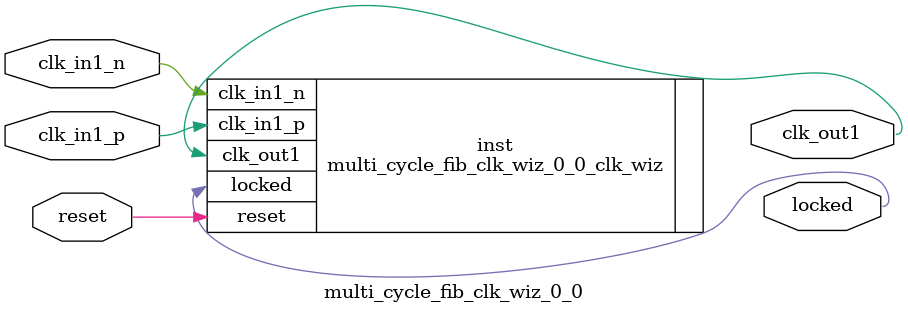
<source format=v>


`timescale 1ps/1ps

(* CORE_GENERATION_INFO = "multi_cycle_fib_clk_wiz_0_0,clk_wiz_v6_0_4_0_0,{component_name=multi_cycle_fib_clk_wiz_0_0,use_phase_alignment=false,use_min_o_jitter=false,use_max_i_jitter=false,use_dyn_phase_shift=false,use_inclk_switchover=false,use_dyn_reconfig=false,enable_axi=0,feedback_source=FDBK_AUTO,PRIMITIVE=MMCM,num_out_clk=1,clkin1_period=8.000,clkin2_period=10.000,use_power_down=false,use_reset=true,use_locked=true,use_inclk_stopped=false,feedback_type=SINGLE,CLOCK_MGR_TYPE=NA,manual_override=false}" *)

module multi_cycle_fib_clk_wiz_0_0 
 (
  // Clock out ports
  output        clk_out1,
  // Status and control signals
  input         reset,
  output        locked,
 // Clock in ports
  input         clk_in1_p,
  input         clk_in1_n
 );

  multi_cycle_fib_clk_wiz_0_0_clk_wiz inst
  (
  // Clock out ports  
  .clk_out1(clk_out1),
  // Status and control signals               
  .reset(reset), 
  .locked(locked),
 // Clock in ports
  .clk_in1_p(clk_in1_p),
  .clk_in1_n(clk_in1_n)
  );

endmodule

</source>
